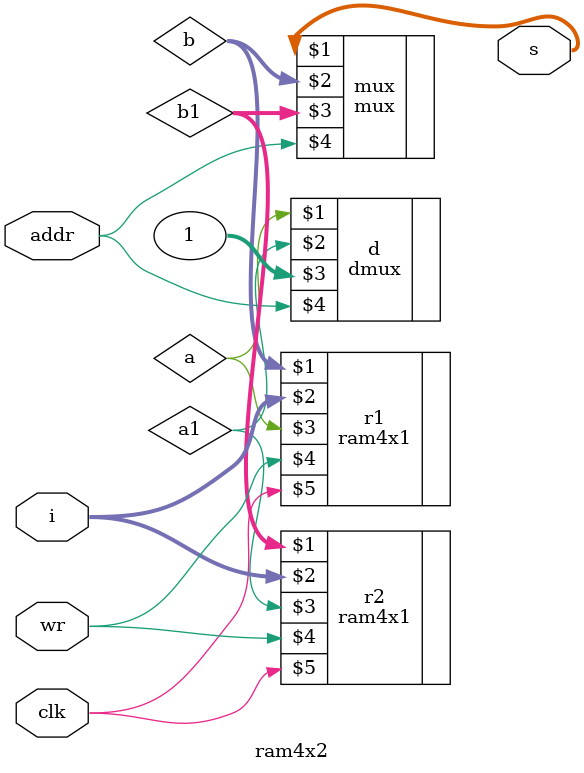
<source format=v>
`include "RAM4X1.v"
`include "muxDmux.v"


module ram4x2(output [3:0]s,input [3:0]i,input addr,input clk,input wr);
wire a,a1;

dmux d(a,a1,1,addr);
wire [3:0]b;
wire [3:0]b1;

ram4x1 r1(b,i,a,wr,clk);
ram4x1 r2(b1,i,a1,wr,clk);
mux mux(s,b,b1,addr);

endmodule

</source>
